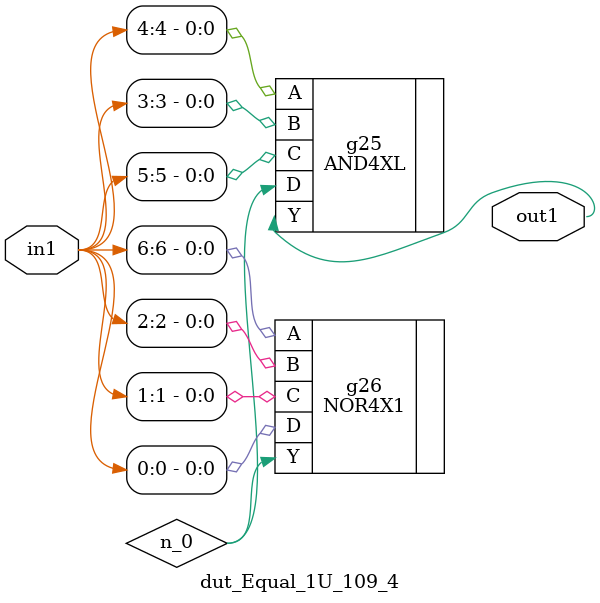
<source format=v>
`timescale 1ps / 1ps


module dut_Equal_1U_109_4(in1, out1);
  input [6:0] in1;
  output out1;
  wire [6:0] in1;
  wire out1;
  wire n_0;
  AND4XL g25(.A (in1[4]), .B (in1[3]), .C (in1[5]), .D (n_0), .Y
       (out1));
  NOR4X1 g26(.A (in1[6]), .B (in1[2]), .C (in1[1]), .D (in1[0]), .Y
       (n_0));
endmodule



</source>
